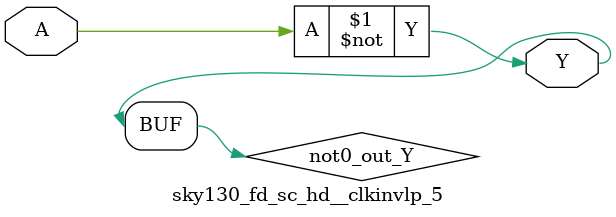
<source format=v>
module sky130_fd_sc_hd__clkinvlp_5 (
    Y,
    A
);
    output Y;
    input  A;
    wire not0_out_Y;
    not not0 (not0_out_Y, A              );
    buf buf0 (Y         , not0_out_Y     );
endmodule
</source>
